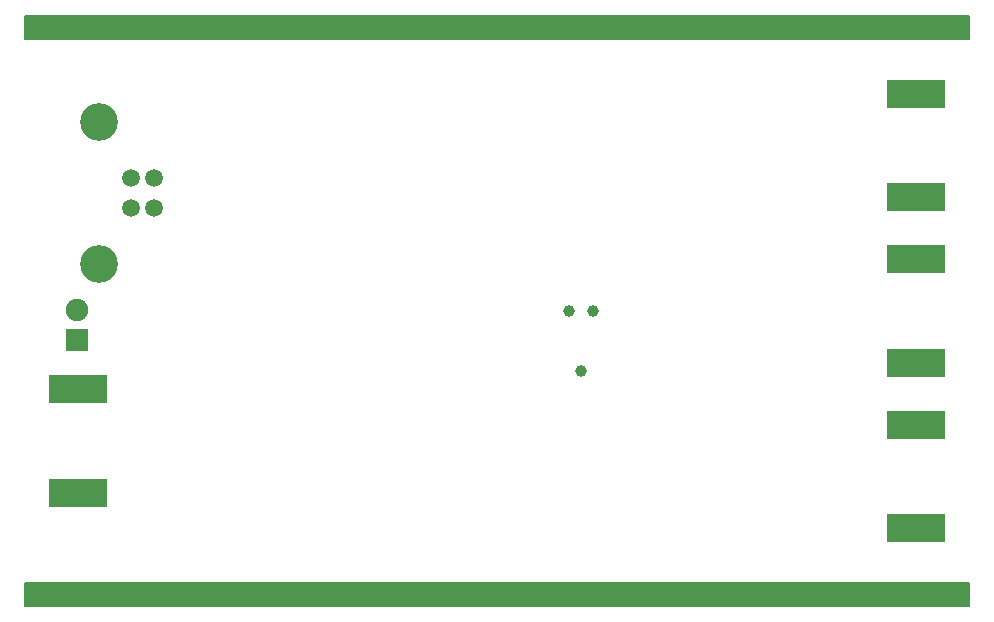
<source format=gbs>
G04 #@! TF.GenerationSoftware,KiCad,Pcbnew,5.0.0-rc2-unknown-68f6e3a~65~ubuntu16.04.1*
G04 #@! TF.CreationDate,2018-06-12T13:32:27+01:00*
G04 #@! TF.ProjectId,gpsdo,677073646F2E6B696361645F70636200,rev?*
G04 #@! TF.SameCoordinates,Original*
G04 #@! TF.FileFunction,Soldermask,Bot*
G04 #@! TF.FilePolarity,Negative*
%FSLAX46Y46*%
G04 Gerber Fmt 4.6, Leading zero omitted, Abs format (unit mm)*
G04 Created by KiCad (PCBNEW 5.0.0-rc2-unknown-68f6e3a~65~ubuntu16.04.1) date Tue Jun 12 13:32:27 2018*
%MOMM*%
%LPD*%
G01*
G04 APERTURE LIST*
%ADD10C,0.150000*%
%ADD11C,1.000000*%
%ADD12R,5.000000X2.400000*%
%ADD13C,1.500000*%
%ADD14C,3.200000*%
%ADD15R,1.900000X1.900000*%
%ADD16C,1.900000*%
G04 APERTURE END LIST*
D10*
G36*
X180000000Y-150000000D02*
X180000000Y-148000000D01*
X100000000Y-148000000D01*
X100000000Y-150000000D01*
X180000000Y-150000000D01*
G37*
X180000000Y-150000000D02*
X180000000Y-148000000D01*
X100000000Y-148000000D01*
X100000000Y-150000000D01*
X180000000Y-150000000D01*
G36*
X180000000Y-100000000D02*
X180000000Y-102000000D01*
X100000000Y-102000000D01*
X100000000Y-100000000D01*
X180000000Y-100000000D01*
G37*
X180000000Y-100000000D02*
X180000000Y-102000000D01*
X100000000Y-102000000D01*
X100000000Y-100000000D01*
X180000000Y-100000000D01*
D11*
G04 #@! TO.C,P1*
X147135000Y-130040000D03*
X148151000Y-124960000D03*
X146119000Y-124960000D03*
G04 #@! TD*
D12*
G04 #@! TO.C,P2*
X175500000Y-134625000D03*
X175500000Y-143375000D03*
G04 #@! TD*
G04 #@! TO.C,P3*
X175500000Y-129375000D03*
X175500000Y-120625000D03*
G04 #@! TD*
G04 #@! TO.C,P4*
X175500000Y-106625000D03*
X175500000Y-115375000D03*
G04 #@! TD*
G04 #@! TO.C,P5*
X104500000Y-131625000D03*
X104500000Y-140375000D03*
G04 #@! TD*
D13*
G04 #@! TO.C,P6*
X111000000Y-116250000D03*
X111000000Y-113750000D03*
X109000000Y-113750000D03*
X109000000Y-116250000D03*
D14*
X106290000Y-121020000D03*
X106290000Y-108980000D03*
G04 #@! TD*
D15*
G04 #@! TO.C,J1*
X104400000Y-127470000D03*
D16*
X104400000Y-124930000D03*
G04 #@! TD*
M02*

</source>
